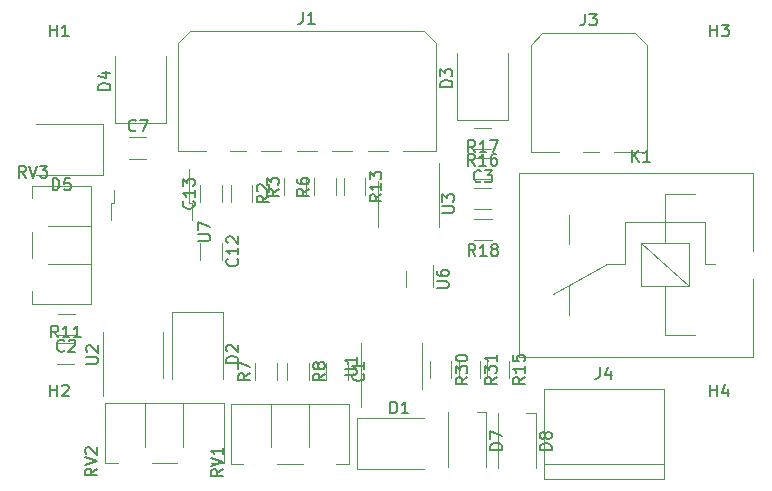
<source format=gbr>
G04 #@! TF.GenerationSoftware,KiCad,Pcbnew,(5.1.8)-1*
G04 #@! TF.CreationDate,2021-04-25T20:11:45+02:00*
G04 #@! TF.ProjectId,FSG_Reference,4653475f-5265-4666-9572-656e63652e6b,rev?*
G04 #@! TF.SameCoordinates,Original*
G04 #@! TF.FileFunction,Legend,Top*
G04 #@! TF.FilePolarity,Positive*
%FSLAX46Y46*%
G04 Gerber Fmt 4.6, Leading zero omitted, Abs format (unit mm)*
G04 Created by KiCad (PCBNEW (5.1.8)-1) date 2021-04-25 20:11:45*
%MOMM*%
%LPD*%
G01*
G04 APERTURE LIST*
%ADD10C,0.120000*%
%ADD11C,0.150000*%
G04 APERTURE END LIST*
D10*
X98975400Y-161355000D02*
X98975400Y-159455000D01*
X96655400Y-159955000D02*
X96655400Y-161355000D01*
X104445000Y-176645000D02*
X104445000Y-171995000D01*
X107645000Y-176645000D02*
X107645000Y-171995000D01*
X107645000Y-171995000D02*
X106845000Y-171995000D01*
X100254000Y-176597000D02*
X100254000Y-171947000D01*
X103454000Y-176597000D02*
X103454000Y-171947000D01*
X103454000Y-171947000D02*
X102654000Y-171947000D01*
X78582200Y-155681400D02*
X78582200Y-154181400D01*
X78582200Y-154181400D02*
X78312200Y-154181400D01*
X78312200Y-154181400D02*
X78312200Y-151351400D01*
X71682200Y-155681400D02*
X71682200Y-154181400D01*
X71682200Y-154181400D02*
X71952200Y-154181400D01*
X71952200Y-154181400D02*
X71952200Y-153081400D01*
X93213600Y-152115436D02*
X93213600Y-153569564D01*
X91393600Y-152115436D02*
X91393600Y-153569564D01*
X107206000Y-149936000D02*
X107206000Y-140816000D01*
X107206000Y-140816000D02*
X108206000Y-139816000D01*
X108206000Y-139816000D02*
X116076000Y-139816000D01*
X116076000Y-139816000D02*
X117076000Y-140816000D01*
X117076000Y-140816000D02*
X117076000Y-149936000D01*
X107206000Y-149936000D02*
X109631000Y-149936000D01*
X117076000Y-149936000D02*
X114292767Y-149936000D01*
X111651000Y-149936000D02*
X112989233Y-149936000D01*
X77337000Y-149807000D02*
X77337000Y-140687000D01*
X77337000Y-140687000D02*
X78337000Y-139687000D01*
X78337000Y-139687000D02*
X98207000Y-139687000D01*
X98207000Y-139687000D02*
X99207000Y-140687000D01*
X99207000Y-140687000D02*
X99207000Y-149807000D01*
X77337000Y-149807000D02*
X79762000Y-149807000D01*
X99207000Y-149807000D02*
X96423767Y-149807000D01*
X81782000Y-149807000D02*
X83120233Y-149807000D01*
X84423767Y-149807000D02*
X86120233Y-149807000D01*
X87423767Y-149807000D02*
X89120233Y-149807000D01*
X90423767Y-149807000D02*
X92120233Y-149807000D01*
X93423767Y-149807000D02*
X95120233Y-149807000D01*
X79252400Y-154129052D02*
X79252400Y-152706548D01*
X81072400Y-154129052D02*
X81072400Y-152706548D01*
X81072400Y-157579748D02*
X81072400Y-159002252D01*
X79252400Y-157579748D02*
X79252400Y-159002252D01*
X118491000Y-176276000D02*
X108331000Y-176276000D01*
X118491000Y-177546000D02*
X118491000Y-169926000D01*
X118491000Y-169926000D02*
X108331000Y-169926000D01*
X108331000Y-169926000D02*
X108331000Y-177546000D01*
X108331000Y-177546000D02*
X118491000Y-177546000D01*
X103534800Y-167588036D02*
X103534800Y-169042164D01*
X105354800Y-167588036D02*
X105354800Y-169042164D01*
X64966500Y-152736500D02*
X70007500Y-152736500D01*
X64966500Y-162777500D02*
X70007500Y-162777500D01*
X70007500Y-152736500D02*
X70007500Y-162777500D01*
X64966500Y-161682500D02*
X64966500Y-162777500D01*
X64966500Y-152736500D02*
X64966500Y-153831500D01*
X64966500Y-156683500D02*
X64966500Y-158832500D01*
X66324500Y-156137500D02*
X70007500Y-156137500D01*
X66324500Y-159377500D02*
X70007500Y-159377500D01*
X64966500Y-156683500D02*
X64966500Y-158832500D01*
X70007500Y-156137500D02*
X70007500Y-159377500D01*
X103912564Y-157348600D02*
X102458436Y-157348600D01*
X103912564Y-155528600D02*
X102458436Y-155528600D01*
X102433036Y-150372400D02*
X103887164Y-150372400D01*
X102433036Y-152192400D02*
X103887164Y-152192400D01*
X103865764Y-149677800D02*
X102411636Y-149677800D01*
X103865764Y-147857800D02*
X102411636Y-147857800D01*
X67127036Y-166044200D02*
X68581164Y-166044200D01*
X67127036Y-167864200D02*
X68581164Y-167864200D01*
X88438400Y-167765836D02*
X88438400Y-169219964D01*
X86618400Y-167765836D02*
X86618400Y-169219964D01*
X83913300Y-169203364D02*
X83913300Y-167749236D01*
X85733300Y-169203364D02*
X85733300Y-167749236D01*
X88879000Y-153573564D02*
X88879000Y-152119436D01*
X90699000Y-153573564D02*
X90699000Y-152119436D01*
X86339000Y-153573564D02*
X86339000Y-152119436D01*
X88159000Y-153573564D02*
X88159000Y-152119436D01*
X73251748Y-148645200D02*
X74674252Y-148645200D01*
X73251748Y-150465200D02*
X74674252Y-150465200D01*
X102461748Y-152937800D02*
X103884252Y-152937800D01*
X102461748Y-154757800D02*
X103884252Y-154757800D01*
X68603652Y-165400400D02*
X67181148Y-165400400D01*
X68603652Y-163580400D02*
X67181148Y-163580400D01*
X91740400Y-167790548D02*
X91740400Y-169213052D01*
X89920400Y-167790548D02*
X89920400Y-169213052D01*
X94315600Y-154279600D02*
X94315600Y-156229600D01*
X94315600Y-154279600D02*
X94315600Y-152329600D01*
X99435600Y-154279600D02*
X99435600Y-156229600D01*
X99435600Y-154279600D02*
X99435600Y-150829600D01*
X76093000Y-167067000D02*
X76093000Y-165117000D01*
X76093000Y-167067000D02*
X76093000Y-169017000D01*
X70973000Y-167067000D02*
X70973000Y-165117000D01*
X70973000Y-167067000D02*
X70973000Y-170517000D01*
X97987800Y-168046400D02*
X97987800Y-166096400D01*
X97987800Y-168046400D02*
X97987800Y-169996400D01*
X92867800Y-168046400D02*
X92867800Y-166096400D01*
X92867800Y-168046400D02*
X92867800Y-171496400D01*
X81807000Y-176270000D02*
X81807000Y-171229000D01*
X91848000Y-176270000D02*
X91848000Y-171229000D01*
X81807000Y-171229000D02*
X91848000Y-171229000D01*
X90753000Y-176270000D02*
X91848000Y-176270000D01*
X81807000Y-176270000D02*
X82902000Y-176270000D01*
X85754000Y-176270000D02*
X87903000Y-176270000D01*
X85208000Y-174912000D02*
X85208000Y-171229000D01*
X88448000Y-174912000D02*
X88448000Y-171229000D01*
X85754000Y-176270000D02*
X87903000Y-176270000D01*
X85208000Y-171229000D02*
X88448000Y-171229000D01*
X102967200Y-167584036D02*
X102967200Y-169038164D01*
X101147200Y-167584036D02*
X101147200Y-169038164D01*
X100503400Y-167588036D02*
X100503400Y-169042164D01*
X98683400Y-167588036D02*
X98683400Y-169042164D01*
X126040000Y-158266000D02*
X126040000Y-151666000D01*
X126040000Y-167266000D02*
X126040000Y-160666000D01*
X126040000Y-167266000D02*
X106240000Y-167266000D01*
X106240000Y-167266000D02*
X106240000Y-151666000D01*
X106240000Y-151666000D02*
X126040000Y-151666000D01*
X110490000Y-155266000D02*
X110490000Y-157716000D01*
X110490000Y-163666000D02*
X110490000Y-161166000D01*
X121090000Y-153416000D02*
X118590000Y-153416000D01*
X121990000Y-159416000D02*
X122790000Y-159416000D01*
X118590000Y-165416000D02*
X121090000Y-165416000D01*
X115190000Y-159416000D02*
X113690000Y-159416000D01*
X113690000Y-159416000D02*
X109090000Y-161916000D01*
X115190000Y-155816000D02*
X121990000Y-155816000D01*
X115190000Y-159416000D02*
X115190000Y-155816000D01*
X121990000Y-159416000D02*
X121990000Y-155816000D01*
X118590000Y-165416000D02*
X118590000Y-161216000D01*
X118590000Y-157616000D02*
X118590000Y-153416000D01*
X116590000Y-157616000D02*
X120590000Y-161216000D01*
X120590000Y-157616000D02*
X120590000Y-161216000D01*
X120590000Y-161216000D02*
X116590000Y-161216000D01*
X116590000Y-161216000D02*
X116590000Y-157616000D01*
X116590000Y-157616000D02*
X120590000Y-157616000D01*
X71041500Y-151819500D02*
X71041500Y-147519500D01*
X71041500Y-147519500D02*
X65341500Y-147519500D01*
X71041500Y-151819500D02*
X65341500Y-151819500D01*
X72018000Y-147432000D02*
X76318000Y-147432000D01*
X76318000Y-147432000D02*
X76318000Y-141732000D01*
X72018000Y-147432000D02*
X72018000Y-141732000D01*
X100974000Y-147203400D02*
X105274000Y-147203400D01*
X105274000Y-147203400D02*
X105274000Y-141503400D01*
X100974000Y-147203400D02*
X100974000Y-141503400D01*
X92529200Y-172424200D02*
X92529200Y-176724200D01*
X92529200Y-176724200D02*
X98229200Y-176724200D01*
X92529200Y-172424200D02*
X98229200Y-172424200D01*
X71179000Y-176230000D02*
X71179000Y-171189000D01*
X81220000Y-176230000D02*
X81220000Y-171189000D01*
X71179000Y-171189000D02*
X81220000Y-171189000D01*
X80125000Y-176230000D02*
X81220000Y-176230000D01*
X71179000Y-176230000D02*
X72274000Y-176230000D01*
X75126000Y-176230000D02*
X77275000Y-176230000D01*
X74580000Y-174872000D02*
X74580000Y-171189000D01*
X77820000Y-174872000D02*
X77820000Y-171189000D01*
X75126000Y-176230000D02*
X77275000Y-176230000D01*
X74580000Y-171189000D02*
X77820000Y-171189000D01*
X83663200Y-152699636D02*
X83663200Y-154153764D01*
X81843200Y-152699636D02*
X81843200Y-154153764D01*
X81144000Y-163446000D02*
X76844000Y-163446000D01*
X76844000Y-163446000D02*
X76844000Y-169146000D01*
X81144000Y-163446000D02*
X81144000Y-169146000D01*
D11*
X99267780Y-161416904D02*
X100077304Y-161416904D01*
X100172542Y-161369285D01*
X100220161Y-161321666D01*
X100267780Y-161226428D01*
X100267780Y-161035952D01*
X100220161Y-160940714D01*
X100172542Y-160893095D01*
X100077304Y-160845476D01*
X99267780Y-160845476D01*
X99267780Y-159940714D02*
X99267780Y-160131190D01*
X99315400Y-160226428D01*
X99363019Y-160274047D01*
X99505876Y-160369285D01*
X99696352Y-160416904D01*
X100077304Y-160416904D01*
X100172542Y-160369285D01*
X100220161Y-160321666D01*
X100267780Y-160226428D01*
X100267780Y-160035952D01*
X100220161Y-159940714D01*
X100172542Y-159893095D01*
X100077304Y-159845476D01*
X99839209Y-159845476D01*
X99743971Y-159893095D01*
X99696352Y-159940714D01*
X99648733Y-160035952D01*
X99648733Y-160226428D01*
X99696352Y-160321666D01*
X99743971Y-160369285D01*
X99839209Y-160416904D01*
X108997380Y-175133095D02*
X107997380Y-175133095D01*
X107997380Y-174895000D01*
X108045000Y-174752142D01*
X108140238Y-174656904D01*
X108235476Y-174609285D01*
X108425952Y-174561666D01*
X108568809Y-174561666D01*
X108759285Y-174609285D01*
X108854523Y-174656904D01*
X108949761Y-174752142D01*
X108997380Y-174895000D01*
X108997380Y-175133095D01*
X108425952Y-173990238D02*
X108378333Y-174085476D01*
X108330714Y-174133095D01*
X108235476Y-174180714D01*
X108187857Y-174180714D01*
X108092619Y-174133095D01*
X108045000Y-174085476D01*
X107997380Y-173990238D01*
X107997380Y-173799761D01*
X108045000Y-173704523D01*
X108092619Y-173656904D01*
X108187857Y-173609285D01*
X108235476Y-173609285D01*
X108330714Y-173656904D01*
X108378333Y-173704523D01*
X108425952Y-173799761D01*
X108425952Y-173990238D01*
X108473571Y-174085476D01*
X108521190Y-174133095D01*
X108616428Y-174180714D01*
X108806904Y-174180714D01*
X108902142Y-174133095D01*
X108949761Y-174085476D01*
X108997380Y-173990238D01*
X108997380Y-173799761D01*
X108949761Y-173704523D01*
X108902142Y-173656904D01*
X108806904Y-173609285D01*
X108616428Y-173609285D01*
X108521190Y-173656904D01*
X108473571Y-173704523D01*
X108425952Y-173799761D01*
X104806380Y-175085095D02*
X103806380Y-175085095D01*
X103806380Y-174847000D01*
X103854000Y-174704142D01*
X103949238Y-174608904D01*
X104044476Y-174561285D01*
X104234952Y-174513666D01*
X104377809Y-174513666D01*
X104568285Y-174561285D01*
X104663523Y-174608904D01*
X104758761Y-174704142D01*
X104806380Y-174847000D01*
X104806380Y-175085095D01*
X103806380Y-174180333D02*
X103806380Y-173513666D01*
X104806380Y-173942238D01*
X79084580Y-157413304D02*
X79894104Y-157413304D01*
X79989342Y-157365685D01*
X80036961Y-157318066D01*
X80084580Y-157222828D01*
X80084580Y-157032352D01*
X80036961Y-156937114D01*
X79989342Y-156889495D01*
X79894104Y-156841876D01*
X79084580Y-156841876D01*
X79084580Y-156460923D02*
X79084580Y-155794257D01*
X80084580Y-156222828D01*
X94575980Y-153485357D02*
X94099790Y-153818690D01*
X94575980Y-154056785D02*
X93575980Y-154056785D01*
X93575980Y-153675833D01*
X93623600Y-153580595D01*
X93671219Y-153532976D01*
X93766457Y-153485357D01*
X93909314Y-153485357D01*
X94004552Y-153532976D01*
X94052171Y-153580595D01*
X94099790Y-153675833D01*
X94099790Y-154056785D01*
X94575980Y-152532976D02*
X94575980Y-153104404D01*
X94575980Y-152818690D02*
X93575980Y-152818690D01*
X93718838Y-152913928D01*
X93814076Y-153009166D01*
X93861695Y-153104404D01*
X93575980Y-152199642D02*
X93575980Y-151580595D01*
X93956933Y-151913928D01*
X93956933Y-151771071D01*
X94004552Y-151675833D01*
X94052171Y-151628214D01*
X94147409Y-151580595D01*
X94385504Y-151580595D01*
X94480742Y-151628214D01*
X94528361Y-151675833D01*
X94575980Y-151771071D01*
X94575980Y-152056785D01*
X94528361Y-152152023D01*
X94480742Y-152199642D01*
X111807666Y-138178380D02*
X111807666Y-138892666D01*
X111760047Y-139035523D01*
X111664809Y-139130761D01*
X111521952Y-139178380D01*
X111426714Y-139178380D01*
X112188619Y-138178380D02*
X112807666Y-138178380D01*
X112474333Y-138559333D01*
X112617190Y-138559333D01*
X112712428Y-138606952D01*
X112760047Y-138654571D01*
X112807666Y-138749809D01*
X112807666Y-138987904D01*
X112760047Y-139083142D01*
X112712428Y-139130761D01*
X112617190Y-139178380D01*
X112331476Y-139178380D01*
X112236238Y-139130761D01*
X112188619Y-139083142D01*
X87938666Y-138049380D02*
X87938666Y-138763666D01*
X87891047Y-138906523D01*
X87795809Y-139001761D01*
X87652952Y-139049380D01*
X87557714Y-139049380D01*
X88938666Y-139049380D02*
X88367238Y-139049380D01*
X88652952Y-139049380D02*
X88652952Y-138049380D01*
X88557714Y-138192238D01*
X88462476Y-138287476D01*
X88367238Y-138335095D01*
X78669542Y-154060657D02*
X78717161Y-154108276D01*
X78764780Y-154251133D01*
X78764780Y-154346371D01*
X78717161Y-154489228D01*
X78621923Y-154584466D01*
X78526685Y-154632085D01*
X78336209Y-154679704D01*
X78193352Y-154679704D01*
X78002876Y-154632085D01*
X77907638Y-154584466D01*
X77812400Y-154489228D01*
X77764780Y-154346371D01*
X77764780Y-154251133D01*
X77812400Y-154108276D01*
X77860019Y-154060657D01*
X78764780Y-153108276D02*
X78764780Y-153679704D01*
X78764780Y-153393990D02*
X77764780Y-153393990D01*
X77907638Y-153489228D01*
X78002876Y-153584466D01*
X78050495Y-153679704D01*
X77764780Y-152774942D02*
X77764780Y-152155895D01*
X78145733Y-152489228D01*
X78145733Y-152346371D01*
X78193352Y-152251133D01*
X78240971Y-152203514D01*
X78336209Y-152155895D01*
X78574304Y-152155895D01*
X78669542Y-152203514D01*
X78717161Y-152251133D01*
X78764780Y-152346371D01*
X78764780Y-152632085D01*
X78717161Y-152727323D01*
X78669542Y-152774942D01*
X82369542Y-158933857D02*
X82417161Y-158981476D01*
X82464780Y-159124333D01*
X82464780Y-159219571D01*
X82417161Y-159362428D01*
X82321923Y-159457666D01*
X82226685Y-159505285D01*
X82036209Y-159552904D01*
X81893352Y-159552904D01*
X81702876Y-159505285D01*
X81607638Y-159457666D01*
X81512400Y-159362428D01*
X81464780Y-159219571D01*
X81464780Y-159124333D01*
X81512400Y-158981476D01*
X81560019Y-158933857D01*
X82464780Y-157981476D02*
X82464780Y-158552904D01*
X82464780Y-158267190D02*
X81464780Y-158267190D01*
X81607638Y-158362428D01*
X81702876Y-158457666D01*
X81750495Y-158552904D01*
X81560019Y-157600523D02*
X81512400Y-157552904D01*
X81464780Y-157457666D01*
X81464780Y-157219571D01*
X81512400Y-157124333D01*
X81560019Y-157076714D01*
X81655257Y-157029095D01*
X81750495Y-157029095D01*
X81893352Y-157076714D01*
X82464780Y-157648142D01*
X82464780Y-157029095D01*
X113077666Y-168108380D02*
X113077666Y-168822666D01*
X113030047Y-168965523D01*
X112934809Y-169060761D01*
X112791952Y-169108380D01*
X112696714Y-169108380D01*
X113982428Y-168441714D02*
X113982428Y-169108380D01*
X113744333Y-168060761D02*
X113506238Y-168775047D01*
X114125285Y-168775047D01*
X106717180Y-168957957D02*
X106240990Y-169291290D01*
X106717180Y-169529385D02*
X105717180Y-169529385D01*
X105717180Y-169148433D01*
X105764800Y-169053195D01*
X105812419Y-169005576D01*
X105907657Y-168957957D01*
X106050514Y-168957957D01*
X106145752Y-169005576D01*
X106193371Y-169053195D01*
X106240990Y-169148433D01*
X106240990Y-169529385D01*
X106717180Y-168005576D02*
X106717180Y-168577004D01*
X106717180Y-168291290D02*
X105717180Y-168291290D01*
X105860038Y-168386528D01*
X105955276Y-168481766D01*
X106002895Y-168577004D01*
X105717180Y-167100814D02*
X105717180Y-167577004D01*
X106193371Y-167624623D01*
X106145752Y-167577004D01*
X106098133Y-167481766D01*
X106098133Y-167243671D01*
X106145752Y-167148433D01*
X106193371Y-167100814D01*
X106288609Y-167053195D01*
X106526704Y-167053195D01*
X106621942Y-167100814D01*
X106669561Y-167148433D01*
X106717180Y-167243671D01*
X106717180Y-167481766D01*
X106669561Y-167577004D01*
X106621942Y-167624623D01*
X64492261Y-152059880D02*
X64158928Y-151583690D01*
X63920833Y-152059880D02*
X63920833Y-151059880D01*
X64301785Y-151059880D01*
X64397023Y-151107500D01*
X64444642Y-151155119D01*
X64492261Y-151250357D01*
X64492261Y-151393214D01*
X64444642Y-151488452D01*
X64397023Y-151536071D01*
X64301785Y-151583690D01*
X63920833Y-151583690D01*
X64777976Y-151059880D02*
X65111309Y-152059880D01*
X65444642Y-151059880D01*
X65682738Y-151059880D02*
X66301785Y-151059880D01*
X65968452Y-151440833D01*
X66111309Y-151440833D01*
X66206547Y-151488452D01*
X66254166Y-151536071D01*
X66301785Y-151631309D01*
X66301785Y-151869404D01*
X66254166Y-151964642D01*
X66206547Y-152012261D01*
X66111309Y-152059880D01*
X65825595Y-152059880D01*
X65730357Y-152012261D01*
X65682738Y-151964642D01*
X102542642Y-158710980D02*
X102209309Y-158234790D01*
X101971214Y-158710980D02*
X101971214Y-157710980D01*
X102352166Y-157710980D01*
X102447404Y-157758600D01*
X102495023Y-157806219D01*
X102542642Y-157901457D01*
X102542642Y-158044314D01*
X102495023Y-158139552D01*
X102447404Y-158187171D01*
X102352166Y-158234790D01*
X101971214Y-158234790D01*
X103495023Y-158710980D02*
X102923595Y-158710980D01*
X103209309Y-158710980D02*
X103209309Y-157710980D01*
X103114071Y-157853838D01*
X103018833Y-157949076D01*
X102923595Y-157996695D01*
X104066452Y-158139552D02*
X103971214Y-158091933D01*
X103923595Y-158044314D01*
X103875976Y-157949076D01*
X103875976Y-157901457D01*
X103923595Y-157806219D01*
X103971214Y-157758600D01*
X104066452Y-157710980D01*
X104256928Y-157710980D01*
X104352166Y-157758600D01*
X104399785Y-157806219D01*
X104447404Y-157901457D01*
X104447404Y-157949076D01*
X104399785Y-158044314D01*
X104352166Y-158091933D01*
X104256928Y-158139552D01*
X104066452Y-158139552D01*
X103971214Y-158187171D01*
X103923595Y-158234790D01*
X103875976Y-158330028D01*
X103875976Y-158520504D01*
X103923595Y-158615742D01*
X103971214Y-158663361D01*
X104066452Y-158710980D01*
X104256928Y-158710980D01*
X104352166Y-158663361D01*
X104399785Y-158615742D01*
X104447404Y-158520504D01*
X104447404Y-158330028D01*
X104399785Y-158234790D01*
X104352166Y-158187171D01*
X104256928Y-158139552D01*
X102517242Y-149914780D02*
X102183909Y-149438590D01*
X101945814Y-149914780D02*
X101945814Y-148914780D01*
X102326766Y-148914780D01*
X102422004Y-148962400D01*
X102469623Y-149010019D01*
X102517242Y-149105257D01*
X102517242Y-149248114D01*
X102469623Y-149343352D01*
X102422004Y-149390971D01*
X102326766Y-149438590D01*
X101945814Y-149438590D01*
X103469623Y-149914780D02*
X102898195Y-149914780D01*
X103183909Y-149914780D02*
X103183909Y-148914780D01*
X103088671Y-149057638D01*
X102993433Y-149152876D01*
X102898195Y-149200495D01*
X103802957Y-148914780D02*
X104469623Y-148914780D01*
X104041052Y-149914780D01*
X102495842Y-151040180D02*
X102162509Y-150563990D01*
X101924414Y-151040180D02*
X101924414Y-150040180D01*
X102305366Y-150040180D01*
X102400604Y-150087800D01*
X102448223Y-150135419D01*
X102495842Y-150230657D01*
X102495842Y-150373514D01*
X102448223Y-150468752D01*
X102400604Y-150516371D01*
X102305366Y-150563990D01*
X101924414Y-150563990D01*
X103448223Y-151040180D02*
X102876795Y-151040180D01*
X103162509Y-151040180D02*
X103162509Y-150040180D01*
X103067271Y-150183038D01*
X102972033Y-150278276D01*
X102876795Y-150325895D01*
X104305366Y-150040180D02*
X104114890Y-150040180D01*
X104019652Y-150087800D01*
X103972033Y-150135419D01*
X103876795Y-150278276D01*
X103829176Y-150468752D01*
X103829176Y-150849704D01*
X103876795Y-150944942D01*
X103924414Y-150992561D01*
X104019652Y-151040180D01*
X104210128Y-151040180D01*
X104305366Y-150992561D01*
X104352985Y-150944942D01*
X104400604Y-150849704D01*
X104400604Y-150611609D01*
X104352985Y-150516371D01*
X104305366Y-150468752D01*
X104210128Y-150421133D01*
X104019652Y-150421133D01*
X103924414Y-150468752D01*
X103876795Y-150516371D01*
X103829176Y-150611609D01*
X67211242Y-165586580D02*
X66877909Y-165110390D01*
X66639814Y-165586580D02*
X66639814Y-164586580D01*
X67020766Y-164586580D01*
X67116004Y-164634200D01*
X67163623Y-164681819D01*
X67211242Y-164777057D01*
X67211242Y-164919914D01*
X67163623Y-165015152D01*
X67116004Y-165062771D01*
X67020766Y-165110390D01*
X66639814Y-165110390D01*
X68163623Y-165586580D02*
X67592195Y-165586580D01*
X67877909Y-165586580D02*
X67877909Y-164586580D01*
X67782671Y-164729438D01*
X67687433Y-164824676D01*
X67592195Y-164872295D01*
X69116004Y-165586580D02*
X68544576Y-165586580D01*
X68830290Y-165586580D02*
X68830290Y-164586580D01*
X68735052Y-164729438D01*
X68639814Y-164824676D01*
X68544576Y-164872295D01*
X89800780Y-168659566D02*
X89324590Y-168992900D01*
X89800780Y-169230995D02*
X88800780Y-169230995D01*
X88800780Y-168850042D01*
X88848400Y-168754804D01*
X88896019Y-168707185D01*
X88991257Y-168659566D01*
X89134114Y-168659566D01*
X89229352Y-168707185D01*
X89276971Y-168754804D01*
X89324590Y-168850042D01*
X89324590Y-169230995D01*
X89229352Y-168088138D02*
X89181733Y-168183376D01*
X89134114Y-168230995D01*
X89038876Y-168278614D01*
X88991257Y-168278614D01*
X88896019Y-168230995D01*
X88848400Y-168183376D01*
X88800780Y-168088138D01*
X88800780Y-167897661D01*
X88848400Y-167802423D01*
X88896019Y-167754804D01*
X88991257Y-167707185D01*
X89038876Y-167707185D01*
X89134114Y-167754804D01*
X89181733Y-167802423D01*
X89229352Y-167897661D01*
X89229352Y-168088138D01*
X89276971Y-168183376D01*
X89324590Y-168230995D01*
X89419828Y-168278614D01*
X89610304Y-168278614D01*
X89705542Y-168230995D01*
X89753161Y-168183376D01*
X89800780Y-168088138D01*
X89800780Y-167897661D01*
X89753161Y-167802423D01*
X89705542Y-167754804D01*
X89610304Y-167707185D01*
X89419828Y-167707185D01*
X89324590Y-167754804D01*
X89276971Y-167802423D01*
X89229352Y-167897661D01*
X83455680Y-168642966D02*
X82979490Y-168976300D01*
X83455680Y-169214395D02*
X82455680Y-169214395D01*
X82455680Y-168833442D01*
X82503300Y-168738204D01*
X82550919Y-168690585D01*
X82646157Y-168642966D01*
X82789014Y-168642966D01*
X82884252Y-168690585D01*
X82931871Y-168738204D01*
X82979490Y-168833442D01*
X82979490Y-169214395D01*
X82455680Y-168309633D02*
X82455680Y-167642966D01*
X83455680Y-168071538D01*
X88421380Y-153013166D02*
X87945190Y-153346500D01*
X88421380Y-153584595D02*
X87421380Y-153584595D01*
X87421380Y-153203642D01*
X87469000Y-153108404D01*
X87516619Y-153060785D01*
X87611857Y-153013166D01*
X87754714Y-153013166D01*
X87849952Y-153060785D01*
X87897571Y-153108404D01*
X87945190Y-153203642D01*
X87945190Y-153584595D01*
X87421380Y-152156023D02*
X87421380Y-152346500D01*
X87469000Y-152441738D01*
X87516619Y-152489357D01*
X87659476Y-152584595D01*
X87849952Y-152632214D01*
X88230904Y-152632214D01*
X88326142Y-152584595D01*
X88373761Y-152536976D01*
X88421380Y-152441738D01*
X88421380Y-152251261D01*
X88373761Y-152156023D01*
X88326142Y-152108404D01*
X88230904Y-152060785D01*
X87992809Y-152060785D01*
X87897571Y-152108404D01*
X87849952Y-152156023D01*
X87802333Y-152251261D01*
X87802333Y-152441738D01*
X87849952Y-152536976D01*
X87897571Y-152584595D01*
X87992809Y-152632214D01*
X85881380Y-153013166D02*
X85405190Y-153346500D01*
X85881380Y-153584595D02*
X84881380Y-153584595D01*
X84881380Y-153203642D01*
X84929000Y-153108404D01*
X84976619Y-153060785D01*
X85071857Y-153013166D01*
X85214714Y-153013166D01*
X85309952Y-153060785D01*
X85357571Y-153108404D01*
X85405190Y-153203642D01*
X85405190Y-153584595D01*
X84881380Y-152679833D02*
X84881380Y-152060785D01*
X85262333Y-152394119D01*
X85262333Y-152251261D01*
X85309952Y-152156023D01*
X85357571Y-152108404D01*
X85452809Y-152060785D01*
X85690904Y-152060785D01*
X85786142Y-152108404D01*
X85833761Y-152156023D01*
X85881380Y-152251261D01*
X85881380Y-152536976D01*
X85833761Y-152632214D01*
X85786142Y-152679833D01*
X73796333Y-148062342D02*
X73748714Y-148109961D01*
X73605857Y-148157580D01*
X73510619Y-148157580D01*
X73367761Y-148109961D01*
X73272523Y-148014723D01*
X73224904Y-147919485D01*
X73177285Y-147729009D01*
X73177285Y-147586152D01*
X73224904Y-147395676D01*
X73272523Y-147300438D01*
X73367761Y-147205200D01*
X73510619Y-147157580D01*
X73605857Y-147157580D01*
X73748714Y-147205200D01*
X73796333Y-147252819D01*
X74129666Y-147157580D02*
X74796333Y-147157580D01*
X74367761Y-148157580D01*
X103006333Y-152354942D02*
X102958714Y-152402561D01*
X102815857Y-152450180D01*
X102720619Y-152450180D01*
X102577761Y-152402561D01*
X102482523Y-152307323D01*
X102434904Y-152212085D01*
X102387285Y-152021609D01*
X102387285Y-151878752D01*
X102434904Y-151688276D01*
X102482523Y-151593038D01*
X102577761Y-151497800D01*
X102720619Y-151450180D01*
X102815857Y-151450180D01*
X102958714Y-151497800D01*
X103006333Y-151545419D01*
X103339666Y-151450180D02*
X103958714Y-151450180D01*
X103625380Y-151831133D01*
X103768238Y-151831133D01*
X103863476Y-151878752D01*
X103911095Y-151926371D01*
X103958714Y-152021609D01*
X103958714Y-152259704D01*
X103911095Y-152354942D01*
X103863476Y-152402561D01*
X103768238Y-152450180D01*
X103482523Y-152450180D01*
X103387285Y-152402561D01*
X103339666Y-152354942D01*
X67725733Y-166697542D02*
X67678114Y-166745161D01*
X67535257Y-166792780D01*
X67440019Y-166792780D01*
X67297161Y-166745161D01*
X67201923Y-166649923D01*
X67154304Y-166554685D01*
X67106685Y-166364209D01*
X67106685Y-166221352D01*
X67154304Y-166030876D01*
X67201923Y-165935638D01*
X67297161Y-165840400D01*
X67440019Y-165792780D01*
X67535257Y-165792780D01*
X67678114Y-165840400D01*
X67725733Y-165888019D01*
X68106685Y-165888019D02*
X68154304Y-165840400D01*
X68249542Y-165792780D01*
X68487638Y-165792780D01*
X68582876Y-165840400D01*
X68630495Y-165888019D01*
X68678114Y-165983257D01*
X68678114Y-166078495D01*
X68630495Y-166221352D01*
X68059066Y-166792780D01*
X68678114Y-166792780D01*
X93037542Y-168668466D02*
X93085161Y-168716085D01*
X93132780Y-168858942D01*
X93132780Y-168954180D01*
X93085161Y-169097038D01*
X92989923Y-169192276D01*
X92894685Y-169239895D01*
X92704209Y-169287514D01*
X92561352Y-169287514D01*
X92370876Y-169239895D01*
X92275638Y-169192276D01*
X92180400Y-169097038D01*
X92132780Y-168954180D01*
X92132780Y-168858942D01*
X92180400Y-168716085D01*
X92228019Y-168668466D01*
X93132780Y-167716085D02*
X93132780Y-168287514D01*
X93132780Y-168001800D02*
X92132780Y-168001800D01*
X92275638Y-168097038D01*
X92370876Y-168192276D01*
X92418495Y-168287514D01*
X99727980Y-155041504D02*
X100537504Y-155041504D01*
X100632742Y-154993885D01*
X100680361Y-154946266D01*
X100727980Y-154851028D01*
X100727980Y-154660552D01*
X100680361Y-154565314D01*
X100632742Y-154517695D01*
X100537504Y-154470076D01*
X99727980Y-154470076D01*
X99727980Y-154089123D02*
X99727980Y-153470076D01*
X100108933Y-153803409D01*
X100108933Y-153660552D01*
X100156552Y-153565314D01*
X100204171Y-153517695D01*
X100299409Y-153470076D01*
X100537504Y-153470076D01*
X100632742Y-153517695D01*
X100680361Y-153565314D01*
X100727980Y-153660552D01*
X100727980Y-153946266D01*
X100680361Y-154041504D01*
X100632742Y-154089123D01*
X69585380Y-167828904D02*
X70394904Y-167828904D01*
X70490142Y-167781285D01*
X70537761Y-167733666D01*
X70585380Y-167638428D01*
X70585380Y-167447952D01*
X70537761Y-167352714D01*
X70490142Y-167305095D01*
X70394904Y-167257476D01*
X69585380Y-167257476D01*
X69680619Y-166828904D02*
X69633000Y-166781285D01*
X69585380Y-166686047D01*
X69585380Y-166447952D01*
X69633000Y-166352714D01*
X69680619Y-166305095D01*
X69775857Y-166257476D01*
X69871095Y-166257476D01*
X70013952Y-166305095D01*
X70585380Y-166876523D01*
X70585380Y-166257476D01*
X122428095Y-170592380D02*
X122428095Y-169592380D01*
X122428095Y-170068571D02*
X122999523Y-170068571D01*
X122999523Y-170592380D02*
X122999523Y-169592380D01*
X123904285Y-169925714D02*
X123904285Y-170592380D01*
X123666190Y-169544761D02*
X123428095Y-170259047D01*
X124047142Y-170259047D01*
X122428095Y-140112380D02*
X122428095Y-139112380D01*
X122428095Y-139588571D02*
X122999523Y-139588571D01*
X122999523Y-140112380D02*
X122999523Y-139112380D01*
X123380476Y-139112380D02*
X123999523Y-139112380D01*
X123666190Y-139493333D01*
X123809047Y-139493333D01*
X123904285Y-139540952D01*
X123951904Y-139588571D01*
X123999523Y-139683809D01*
X123999523Y-139921904D01*
X123951904Y-140017142D01*
X123904285Y-140064761D01*
X123809047Y-140112380D01*
X123523333Y-140112380D01*
X123428095Y-140064761D01*
X123380476Y-140017142D01*
X66548095Y-170592380D02*
X66548095Y-169592380D01*
X66548095Y-170068571D02*
X67119523Y-170068571D01*
X67119523Y-170592380D02*
X67119523Y-169592380D01*
X67548095Y-169687619D02*
X67595714Y-169640000D01*
X67690952Y-169592380D01*
X67929047Y-169592380D01*
X68024285Y-169640000D01*
X68071904Y-169687619D01*
X68119523Y-169782857D01*
X68119523Y-169878095D01*
X68071904Y-170020952D01*
X67500476Y-170592380D01*
X68119523Y-170592380D01*
X66548095Y-140112380D02*
X66548095Y-139112380D01*
X66548095Y-139588571D02*
X67119523Y-139588571D01*
X67119523Y-140112380D02*
X67119523Y-139112380D01*
X68119523Y-140112380D02*
X67548095Y-140112380D01*
X67833809Y-140112380D02*
X67833809Y-139112380D01*
X67738571Y-139255238D01*
X67643333Y-139350476D01*
X67548095Y-139398095D01*
X91480180Y-168808304D02*
X92289704Y-168808304D01*
X92384942Y-168760685D01*
X92432561Y-168713066D01*
X92480180Y-168617828D01*
X92480180Y-168427352D01*
X92432561Y-168332114D01*
X92384942Y-168284495D01*
X92289704Y-168236876D01*
X91480180Y-168236876D01*
X92480180Y-167236876D02*
X92480180Y-167808304D01*
X92480180Y-167522590D02*
X91480180Y-167522590D01*
X91623038Y-167617828D01*
X91718276Y-167713066D01*
X91765895Y-167808304D01*
X81130380Y-176744238D02*
X80654190Y-177077571D01*
X81130380Y-177315666D02*
X80130380Y-177315666D01*
X80130380Y-176934714D01*
X80178000Y-176839476D01*
X80225619Y-176791857D01*
X80320857Y-176744238D01*
X80463714Y-176744238D01*
X80558952Y-176791857D01*
X80606571Y-176839476D01*
X80654190Y-176934714D01*
X80654190Y-177315666D01*
X80130380Y-176458523D02*
X81130380Y-176125190D01*
X80130380Y-175791857D01*
X81130380Y-174934714D02*
X81130380Y-175506142D01*
X81130380Y-175220428D02*
X80130380Y-175220428D01*
X80273238Y-175315666D01*
X80368476Y-175410904D01*
X80416095Y-175506142D01*
X104329580Y-168953957D02*
X103853390Y-169287290D01*
X104329580Y-169525385D02*
X103329580Y-169525385D01*
X103329580Y-169144433D01*
X103377200Y-169049195D01*
X103424819Y-169001576D01*
X103520057Y-168953957D01*
X103662914Y-168953957D01*
X103758152Y-169001576D01*
X103805771Y-169049195D01*
X103853390Y-169144433D01*
X103853390Y-169525385D01*
X103329580Y-168620623D02*
X103329580Y-168001576D01*
X103710533Y-168334909D01*
X103710533Y-168192052D01*
X103758152Y-168096814D01*
X103805771Y-168049195D01*
X103901009Y-168001576D01*
X104139104Y-168001576D01*
X104234342Y-168049195D01*
X104281961Y-168096814D01*
X104329580Y-168192052D01*
X104329580Y-168477766D01*
X104281961Y-168573004D01*
X104234342Y-168620623D01*
X104329580Y-167049195D02*
X104329580Y-167620623D01*
X104329580Y-167334909D02*
X103329580Y-167334909D01*
X103472438Y-167430147D01*
X103567676Y-167525385D01*
X103615295Y-167620623D01*
X101865780Y-168957957D02*
X101389590Y-169291290D01*
X101865780Y-169529385D02*
X100865780Y-169529385D01*
X100865780Y-169148433D01*
X100913400Y-169053195D01*
X100961019Y-169005576D01*
X101056257Y-168957957D01*
X101199114Y-168957957D01*
X101294352Y-169005576D01*
X101341971Y-169053195D01*
X101389590Y-169148433D01*
X101389590Y-169529385D01*
X100865780Y-168624623D02*
X100865780Y-168005576D01*
X101246733Y-168338909D01*
X101246733Y-168196052D01*
X101294352Y-168100814D01*
X101341971Y-168053195D01*
X101437209Y-168005576D01*
X101675304Y-168005576D01*
X101770542Y-168053195D01*
X101818161Y-168100814D01*
X101865780Y-168196052D01*
X101865780Y-168481766D01*
X101818161Y-168577004D01*
X101770542Y-168624623D01*
X100865780Y-167386528D02*
X100865780Y-167291290D01*
X100913400Y-167196052D01*
X100961019Y-167148433D01*
X101056257Y-167100814D01*
X101246733Y-167053195D01*
X101484828Y-167053195D01*
X101675304Y-167100814D01*
X101770542Y-167148433D01*
X101818161Y-167196052D01*
X101865780Y-167291290D01*
X101865780Y-167386528D01*
X101818161Y-167481766D01*
X101770542Y-167529385D01*
X101675304Y-167577004D01*
X101484828Y-167624623D01*
X101246733Y-167624623D01*
X101056257Y-167577004D01*
X100961019Y-167529385D01*
X100913400Y-167481766D01*
X100865780Y-167386528D01*
X115801904Y-150718380D02*
X115801904Y-149718380D01*
X116373333Y-150718380D02*
X115944761Y-150146952D01*
X116373333Y-149718380D02*
X115801904Y-150289809D01*
X117325714Y-150718380D02*
X116754285Y-150718380D01*
X117040000Y-150718380D02*
X117040000Y-149718380D01*
X116944761Y-149861238D01*
X116849523Y-149956476D01*
X116754285Y-150004095D01*
X66753404Y-153121880D02*
X66753404Y-152121880D01*
X66991500Y-152121880D01*
X67134357Y-152169500D01*
X67229595Y-152264738D01*
X67277214Y-152359976D01*
X67324833Y-152550452D01*
X67324833Y-152693309D01*
X67277214Y-152883785D01*
X67229595Y-152979023D01*
X67134357Y-153074261D01*
X66991500Y-153121880D01*
X66753404Y-153121880D01*
X68229595Y-152121880D02*
X67753404Y-152121880D01*
X67705785Y-152598071D01*
X67753404Y-152550452D01*
X67848642Y-152502833D01*
X68086738Y-152502833D01*
X68181976Y-152550452D01*
X68229595Y-152598071D01*
X68277214Y-152693309D01*
X68277214Y-152931404D01*
X68229595Y-153026642D01*
X68181976Y-153074261D01*
X68086738Y-153121880D01*
X67848642Y-153121880D01*
X67753404Y-153074261D01*
X67705785Y-153026642D01*
X71620380Y-144620095D02*
X70620380Y-144620095D01*
X70620380Y-144382000D01*
X70668000Y-144239142D01*
X70763238Y-144143904D01*
X70858476Y-144096285D01*
X71048952Y-144048666D01*
X71191809Y-144048666D01*
X71382285Y-144096285D01*
X71477523Y-144143904D01*
X71572761Y-144239142D01*
X71620380Y-144382000D01*
X71620380Y-144620095D01*
X70953714Y-143191523D02*
X71620380Y-143191523D01*
X70572761Y-143429619D02*
X71287047Y-143667714D01*
X71287047Y-143048666D01*
X100576380Y-144391495D02*
X99576380Y-144391495D01*
X99576380Y-144153400D01*
X99624000Y-144010542D01*
X99719238Y-143915304D01*
X99814476Y-143867685D01*
X100004952Y-143820066D01*
X100147809Y-143820066D01*
X100338285Y-143867685D01*
X100433523Y-143915304D01*
X100528761Y-144010542D01*
X100576380Y-144153400D01*
X100576380Y-144391495D01*
X99576380Y-143486733D02*
X99576380Y-142867685D01*
X99957333Y-143201019D01*
X99957333Y-143058161D01*
X100004952Y-142962923D01*
X100052571Y-142915304D01*
X100147809Y-142867685D01*
X100385904Y-142867685D01*
X100481142Y-142915304D01*
X100528761Y-142962923D01*
X100576380Y-143058161D01*
X100576380Y-143343876D01*
X100528761Y-143439114D01*
X100481142Y-143486733D01*
X95341104Y-172026580D02*
X95341104Y-171026580D01*
X95579200Y-171026580D01*
X95722057Y-171074200D01*
X95817295Y-171169438D01*
X95864914Y-171264676D01*
X95912533Y-171455152D01*
X95912533Y-171598009D01*
X95864914Y-171788485D01*
X95817295Y-171883723D01*
X95722057Y-171978961D01*
X95579200Y-172026580D01*
X95341104Y-172026580D01*
X96864914Y-172026580D02*
X96293485Y-172026580D01*
X96579200Y-172026580D02*
X96579200Y-171026580D01*
X96483961Y-171169438D01*
X96388723Y-171264676D01*
X96293485Y-171312295D01*
X70502380Y-176704238D02*
X70026190Y-177037571D01*
X70502380Y-177275666D02*
X69502380Y-177275666D01*
X69502380Y-176894714D01*
X69550000Y-176799476D01*
X69597619Y-176751857D01*
X69692857Y-176704238D01*
X69835714Y-176704238D01*
X69930952Y-176751857D01*
X69978571Y-176799476D01*
X70026190Y-176894714D01*
X70026190Y-177275666D01*
X69502380Y-176418523D02*
X70502380Y-176085190D01*
X69502380Y-175751857D01*
X69597619Y-175466142D02*
X69550000Y-175418523D01*
X69502380Y-175323285D01*
X69502380Y-175085190D01*
X69550000Y-174989952D01*
X69597619Y-174942333D01*
X69692857Y-174894714D01*
X69788095Y-174894714D01*
X69930952Y-174942333D01*
X70502380Y-175513761D01*
X70502380Y-174894714D01*
X85025580Y-153593366D02*
X84549390Y-153926700D01*
X85025580Y-154164795D02*
X84025580Y-154164795D01*
X84025580Y-153783842D01*
X84073200Y-153688604D01*
X84120819Y-153640985D01*
X84216057Y-153593366D01*
X84358914Y-153593366D01*
X84454152Y-153640985D01*
X84501771Y-153688604D01*
X84549390Y-153783842D01*
X84549390Y-154164795D01*
X84120819Y-153212414D02*
X84073200Y-153164795D01*
X84025580Y-153069557D01*
X84025580Y-152831461D01*
X84073200Y-152736223D01*
X84120819Y-152688604D01*
X84216057Y-152640985D01*
X84311295Y-152640985D01*
X84454152Y-152688604D01*
X85025580Y-153260033D01*
X85025580Y-152640985D01*
X82446380Y-167734095D02*
X81446380Y-167734095D01*
X81446380Y-167496000D01*
X81494000Y-167353142D01*
X81589238Y-167257904D01*
X81684476Y-167210285D01*
X81874952Y-167162666D01*
X82017809Y-167162666D01*
X82208285Y-167210285D01*
X82303523Y-167257904D01*
X82398761Y-167353142D01*
X82446380Y-167496000D01*
X82446380Y-167734095D01*
X81541619Y-166781714D02*
X81494000Y-166734095D01*
X81446380Y-166638857D01*
X81446380Y-166400761D01*
X81494000Y-166305523D01*
X81541619Y-166257904D01*
X81636857Y-166210285D01*
X81732095Y-166210285D01*
X81874952Y-166257904D01*
X82446380Y-166829333D01*
X82446380Y-166210285D01*
M02*

</source>
